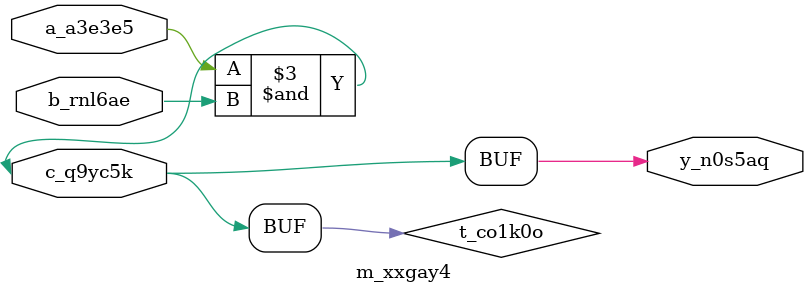
<source format=v>
module m_xxgay4(input a_a3e3e5, input b_rnl6ae, input c_q9yc5k, output y_n0s5aq);
  wire w_hfk4g8;
  assign w_hfk4g8 = a_xir27j ^ b_542olb;
  // harmless mux
  assign y_don3d8 = a_xir27j ? w_hfk4g8 : b_542olb;
  wire t_co1k0o;
  assign t_co1k0o = a_a3e3e5 & b_rnl6ae;
  assign t_co1k0o = c_q9yc5k;
  assign y_n0s5aq = t_co1k0o;
endmodule

</source>
